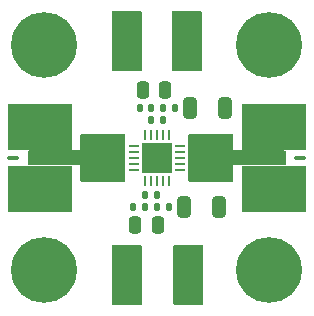
<source format=gbr>
%TF.GenerationSoftware,KiCad,Pcbnew,8.0.1*%
%TF.CreationDate,2024-06-29T11:44:41-04:00*%
%TF.ProjectId,X-Band Amplifier QPA2598,582d4261-6e64-4204-916d-706c69666965,v1.0*%
%TF.SameCoordinates,Original*%
%TF.FileFunction,Soldermask,Top*%
%TF.FilePolarity,Negative*%
%FSLAX46Y46*%
G04 Gerber Fmt 4.6, Leading zero omitted, Abs format (unit mm)*
G04 Created by KiCad (PCBNEW 8.0.1) date 2024-06-29 11:44:41*
%MOMM*%
%LPD*%
G01*
G04 APERTURE LIST*
G04 Aperture macros list*
%AMRoundRect*
0 Rectangle with rounded corners*
0 $1 Rounding radius*
0 $2 $3 $4 $5 $6 $7 $8 $9 X,Y pos of 4 corners*
0 Add a 4 corners polygon primitive as box body*
4,1,4,$2,$3,$4,$5,$6,$7,$8,$9,$2,$3,0*
0 Add four circle primitives for the rounded corners*
1,1,$1+$1,$2,$3*
1,1,$1+$1,$4,$5*
1,1,$1+$1,$6,$7*
1,1,$1+$1,$8,$9*
0 Add four rect primitives between the rounded corners*
20,1,$1+$1,$2,$3,$4,$5,0*
20,1,$1+$1,$4,$5,$6,$7,0*
20,1,$1+$1,$6,$7,$8,$9,0*
20,1,$1+$1,$8,$9,$2,$3,0*%
G04 Aperture macros list end*
%ADD10RoundRect,0.135000X0.135000X0.185000X-0.135000X0.185000X-0.135000X-0.185000X0.135000X-0.185000X0*%
%ADD11RoundRect,0.135000X-0.135000X-0.185000X0.135000X-0.185000X0.135000X0.185000X-0.135000X0.185000X0*%
%ADD12RoundRect,0.250000X-0.325000X-0.650000X0.325000X-0.650000X0.325000X0.650000X-0.325000X0.650000X0*%
%ADD13RoundRect,0.250000X0.250000X0.475000X-0.250000X0.475000X-0.250000X-0.475000X0.250000X-0.475000X0*%
%ADD14RoundRect,0.250000X-0.250000X-0.475000X0.250000X-0.475000X0.250000X0.475000X-0.250000X0.475000X0*%
%ADD15RoundRect,0.250000X0.325000X0.650000X-0.325000X0.650000X-0.325000X-0.650000X0.325000X-0.650000X0*%
%ADD16RoundRect,0.087500X0.412500X-0.087500X0.412500X0.087500X-0.412500X0.087500X-0.412500X-0.087500X0*%
%ADD17R,5.500000X4.000000*%
%ADD18RoundRect,0.062500X-0.350000X-0.062500X0.350000X-0.062500X0.350000X0.062500X-0.350000X0.062500X0*%
%ADD19RoundRect,0.062500X-0.062500X-0.350000X0.062500X-0.350000X0.062500X0.350000X-0.062500X0.350000X0*%
%ADD20R,2.500000X2.500000*%
%ADD21RoundRect,0.087500X-0.412500X0.087500X-0.412500X-0.087500X0.412500X-0.087500X0.412500X0.087500X0*%
%ADD22C,5.562600*%
%ADD23RoundRect,0.140000X0.140000X0.170000X-0.140000X0.170000X-0.140000X-0.170000X0.140000X-0.170000X0*%
%ADD24RoundRect,0.140000X-0.140000X-0.170000X0.140000X-0.170000X0.140000X0.170000X-0.140000X0.170000X0*%
G04 APERTURE END LIST*
D10*
%TO.C,R4*%
X140210000Y-60325000D03*
X139190000Y-60325000D03*
%TD*%
D11*
%TO.C,R3*%
X140206000Y-59309000D03*
X141226000Y-59309000D03*
%TD*%
%TO.C,R2*%
X138682000Y-66675000D03*
X139702000Y-66675000D03*
%TD*%
D10*
%TO.C,R1*%
X140718000Y-67691000D03*
X139698000Y-67691000D03*
%TD*%
D12*
%TO.C,C5*%
X142543000Y-59309000D03*
X145493000Y-59309000D03*
%TD*%
D13*
%TO.C,C4*%
X138496000Y-57785000D03*
X140396000Y-57785000D03*
%TD*%
D14*
%TO.C,C3*%
X137861000Y-69215000D03*
X139761000Y-69215000D03*
%TD*%
D15*
%TO.C,C1*%
X144985000Y-67691000D03*
X142035000Y-67691000D03*
%TD*%
D16*
%TO.C,J2*%
X151850000Y-63500000D03*
D17*
X149600000Y-66135000D03*
X149600000Y-60865000D03*
%TD*%
D18*
%TO.C,U1*%
X137762500Y-62500000D03*
X137762500Y-63000000D03*
X137762500Y-63500000D03*
X137762500Y-64000000D03*
X137762500Y-64500000D03*
D19*
X138700000Y-65437500D03*
X139200000Y-65437500D03*
X139700000Y-65437500D03*
X140200000Y-65437500D03*
X140700000Y-65437500D03*
D18*
X141637500Y-64500000D03*
X141637500Y-64000000D03*
X141637500Y-63500000D03*
X141637500Y-63000000D03*
X141637500Y-62500000D03*
D19*
X140700000Y-61562500D03*
X140200000Y-61562500D03*
X139700000Y-61562500D03*
X139200000Y-61562500D03*
X138700000Y-61562500D03*
D20*
X139700000Y-63500000D03*
%TD*%
D21*
%TO.C,J1*%
X127550000Y-63500000D03*
D17*
X129800000Y-60865000D03*
X129800000Y-66135000D03*
%TD*%
D22*
%TO.C,H2*%
X149225000Y-53975000D03*
%TD*%
%TO.C,H3*%
X130175000Y-73025000D03*
%TD*%
D23*
%TO.C,C6*%
X139192000Y-59309000D03*
X138232000Y-59309000D03*
%TD*%
D22*
%TO.C,H4*%
X149225000Y-73025000D03*
%TD*%
%TO.C,H1*%
X130175000Y-53975000D03*
%TD*%
D24*
%TO.C,C2*%
X137696000Y-67691000D03*
X138656000Y-67691000D03*
%TD*%
G36*
X143453039Y-51073685D02*
G01*
X143498794Y-51126489D01*
X143510000Y-51178000D01*
X143510000Y-56010000D01*
X143490315Y-56077039D01*
X143437511Y-56122794D01*
X143386000Y-56134000D01*
X141094000Y-56134000D01*
X141026961Y-56114315D01*
X140981206Y-56061511D01*
X140970000Y-56010000D01*
X140970000Y-51178000D01*
X140989685Y-51110961D01*
X141042489Y-51065206D01*
X141094000Y-51054000D01*
X143386000Y-51054000D01*
X143453039Y-51073685D01*
G37*
G36*
X136975121Y-61488002D02*
G01*
X137021614Y-61541658D01*
X137033000Y-61594000D01*
X137033000Y-65406000D01*
X137012998Y-65474121D01*
X136959342Y-65520614D01*
X136907000Y-65532000D01*
X133349000Y-65532000D01*
X133280879Y-65511998D01*
X133234386Y-65458342D01*
X133223000Y-65406000D01*
X133223000Y-64135000D01*
X128904000Y-64135000D01*
X128835879Y-64114998D01*
X128789386Y-64061342D01*
X128778000Y-64009000D01*
X128778000Y-62991000D01*
X128798002Y-62922879D01*
X128851658Y-62876386D01*
X128904000Y-62865000D01*
X133223000Y-62865000D01*
X133223000Y-61594000D01*
X133243002Y-61525879D01*
X133296658Y-61479386D01*
X133349000Y-61468000D01*
X136907000Y-61468000D01*
X136975121Y-61488002D01*
G37*
G36*
X146119121Y-61488002D02*
G01*
X146165614Y-61541658D01*
X146177000Y-61594000D01*
X146177000Y-62865000D01*
X150496000Y-62865000D01*
X150564121Y-62885002D01*
X150610614Y-62938658D01*
X150622000Y-62991000D01*
X150622000Y-64009000D01*
X150601998Y-64077121D01*
X150548342Y-64123614D01*
X150496000Y-64135000D01*
X146177000Y-64135000D01*
X146177000Y-65406000D01*
X146156998Y-65474121D01*
X146103342Y-65520614D01*
X146051000Y-65532000D01*
X142493000Y-65532000D01*
X142424879Y-65511998D01*
X142378386Y-65458342D01*
X142367000Y-65406000D01*
X142367000Y-61594000D01*
X142387002Y-61525879D01*
X142440658Y-61479386D01*
X142493000Y-61468000D01*
X146051000Y-61468000D01*
X146119121Y-61488002D01*
G37*
G36*
X143580039Y-70885685D02*
G01*
X143625794Y-70938489D01*
X143637000Y-70990000D01*
X143637000Y-75822000D01*
X143617315Y-75889039D01*
X143564511Y-75934794D01*
X143513000Y-75946000D01*
X141221000Y-75946000D01*
X141153961Y-75926315D01*
X141108206Y-75873511D01*
X141097000Y-75822000D01*
X141097000Y-70990000D01*
X141116685Y-70922961D01*
X141169489Y-70877206D01*
X141221000Y-70866000D01*
X143513000Y-70866000D01*
X143580039Y-70885685D01*
G37*
G36*
X138373039Y-51073685D02*
G01*
X138418794Y-51126489D01*
X138430000Y-51178000D01*
X138430000Y-56010000D01*
X138410315Y-56077039D01*
X138357511Y-56122794D01*
X138306000Y-56134000D01*
X136014000Y-56134000D01*
X135946961Y-56114315D01*
X135901206Y-56061511D01*
X135890000Y-56010000D01*
X135890000Y-51178000D01*
X135909685Y-51110961D01*
X135962489Y-51065206D01*
X136014000Y-51054000D01*
X138306000Y-51054000D01*
X138373039Y-51073685D01*
G37*
G36*
X138373039Y-70885685D02*
G01*
X138418794Y-70938489D01*
X138430000Y-70990000D01*
X138430000Y-75822000D01*
X138410315Y-75889039D01*
X138357511Y-75934794D01*
X138306000Y-75946000D01*
X136014000Y-75946000D01*
X135946961Y-75926315D01*
X135901206Y-75873511D01*
X135890000Y-75822000D01*
X135890000Y-70990000D01*
X135909685Y-70922961D01*
X135962489Y-70877206D01*
X136014000Y-70866000D01*
X138306000Y-70866000D01*
X138373039Y-70885685D01*
G37*
M02*

</source>
